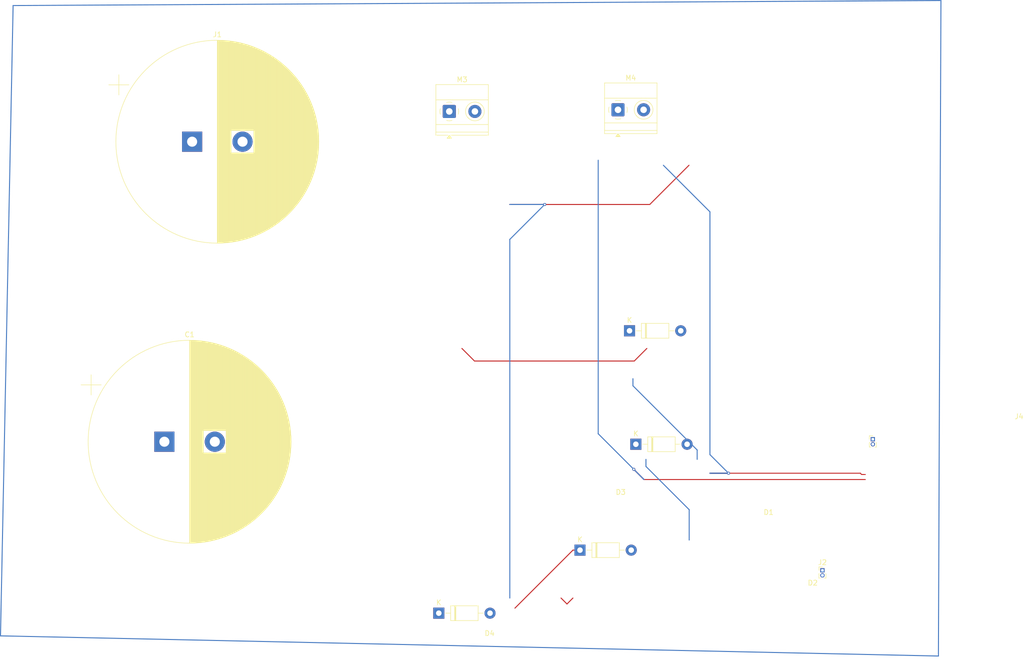
<source format=kicad_pcb>
(kicad_pcb (version 20241229) (generator "pcbnew") (generator_version "9.0")
  (layers (0 "F.Cu" signal) (2 "B.Cu" signal) (13 "F.Paste" user) (15 "B.Paste" user) (5 "F.SilkS" user "F.Silkscreen") (7 "B.SilkS" user "B.Silkscreen") (1 "F.Mask" user) (3 "B.Mask" user) (25 "Edge.Cuts" user))
  (net 0 "")
  (net 1 "GND")
  (net 2 "Net-(D1-A)")
  (net 3 "Net-(D1-K)")
  (net 4 "Net-(D2-K)")
  (net 5 "Net-(D3-K)")
  (net 6 "Net-(J1-Pin_1)")
  (net 7 "Net-(J2-Pin_1)")
  (net 8 "Net-(J2-Pin_2)")
  (net 9 "Net-(J4-Pin_2)")
  (net 10 "Net-(J4-Pin_1)")
  (footprint "Connector_PinHeader_1.00mm:PinHeader_1x02_P1.00mm_Vertical" (layer "F.Cu") (at 192 134)
    (property "Reference" "J2" (at 0 -1.56 0) (layer "F.SilkS"))
    (property "Value" "Conn_01x04")
    (pad "1" thru_hole rect (at 0 0) (size 0.85 0.85) (drill 0.5) (layers "*.Cu" "*.Mask") (net 7 "Net-(J2-Pin_1)"))
    (pad "2" thru_hole oval (at 0 1) (size 0.85 0.85) (drill 0.5) (layers "*.Cu" "*.Mask") (net 8 "Net-(J2-Pin_2)"))
  )
  (footprint "TerminalBlock_Phoenix:TerminalBlock_Phoenix_MKDS-1,5-2-5.08_1x02_P5.08mm_Horizontal" (layer "F.Cu") (at 118 43)
    (property "Reference" "M3" (at 2.54 -6.32 0) (layer "F.SilkS"))
    (property "Value" "Motor_DC")
    (pad "1" thru_hole roundrect (at 0 0) (size 2.6 2.6) (drill 1.3) (layers "*.Cu" "*.Mask") (roundrect_rratio 0.096154))
    (pad "2" thru_hole circle (at 5.08 0) (size 2.6 2.6) (drill 1.3) (layers "*.Cu" "*.Mask") (net 9 "Net-(J4-Pin_2)"))
  )
  (footprint "TerminalBlock_Phoenix:TerminalBlock_Phoenix_MKDS-1,5-2-5.08_1x02_P5.08mm_Horizontal" (layer "F.Cu") (at 151.455 42.6725)
    (property "Reference" "M4" (at 2.54 -6.32 0) (layer "F.SilkS"))
    (property "Value" "Motor_DC")
    (pad "1" thru_hole roundrect (at 0 0) (size 2.6 2.6) (drill 1.3) (layers "*.Cu" "*.Mask") (roundrect_rratio 0.096154) (net 10 "Net-(J4-Pin_1)"))
    (pad "2" thru_hole circle (at 5.08 0) (size 2.6 2.6) (drill 1.3) (layers "*.Cu" "*.Mask") (net 1 "GND"))
  )
  (footprint "Capacitor_THT:CP_Radial_D40.0mm_P10.00mm_SnapIn" (layer "F.Cu") (at 61.5 108.5)
    (property "Reference" "C1" (at 5 -21.25 0) (layer "F.SilkS"))
    (property "Value" "100uF")
    (pad "1" thru_hole rect (at 0 0) (size 4 4) (drill 2) (layers "*.Cu" "*.Mask") (net 2 "Net-(D1-A)"))
    (pad "2" thru_hole circle (at 10 0) (size 4 4) (drill 2) (layers "*.Cu" "*.Mask") (net 1 "GND"))
  )
  (footprint "Diode_THT:D_DO-41_SOD81_P10.16mm_Horizontal" (layer "F.Cu") (at 115.92 142.5)
    (property "Reference" "D4" (at 10.08 4 0) (layer "F.SilkS"))
    (property "Value" "1N4007")
    (fp_text user "K" (at 0 -2.1 0) (layer "F.SilkS"))
    (pad "1" thru_hole rect (at 0 0) (size 2.2 2.2) (drill 1.1) (layers "*.Cu" "*.Mask") (net 1 "GND"))
    (pad "2" thru_hole oval (at 10.16 0) (size 2.2 2.2) (drill 1.1) (layers "*.Cu" "*.Mask") (net 5 "Net-(D3-K)"))
  )
  (footprint "Capacitor_THT:CP_Radial_D40.0mm_P10.00mm_SnapIn" (layer "F.Cu") (at 67 49)
    (property "Reference" "J1" (at 5 -21.25 0) (layer "F.SilkS"))
    (property "Value" "12v")
    (pad "1" thru_hole rect (at 0 0) (size 4 4) (drill 2) (layers "*.Cu" "*.Mask") (net 6 "Net-(J1-Pin_1)"))
    (pad "2" thru_hole circle (at 10 0) (size 4 4) (drill 2) (layers "*.Cu" "*.Mask") (net 1 "GND"))
  )
  (footprint "Diode_THT:D_DO-41_SOD81_P10.16mm_Horizontal" (layer "F.Cu") (at 153.7417 86.5)
    (property "Reference" "D1" (at 27.58 36 0) (layer "F.SilkS"))
    (property "Value" "1N4007")
    (fp_text user "K" (at 0 -2.1 0) (layer "F.SilkS"))
    (pad "1" thru_hole rect (at 0 0) (size 2.2 2.2) (drill 1.1) (layers "*.Cu" "*.Mask") (net 3 "Net-(D1-K)"))
    (pad "2" thru_hole oval (at 10.16 0) (size 2.2 2.2) (drill 1.1) (layers "*.Cu" "*.Mask") (net 2 "Net-(D1-A)"))
  )
  (footprint "Diode_THT:D_DO-41_SOD81_P10.16mm_Horizontal" (layer "F.Cu") (at 143.92 130)
    (property "Reference" "D3" (at 8.08 -11.5 0) (layer "F.SilkS"))
    (property "Value" "1N4007")
    (fp_text user "K" (at 0 -2.1 0) (layer "F.SilkS"))
    (pad "1" thru_hole rect (at 0 0) (size 2.2 2.2) (drill 1.1) (layers "*.Cu" "*.Mask") (net 5 "Net-(D3-K)"))
    (pad "2" thru_hole oval (at 10.16 0) (size 2.2 2.2) (drill 1.1) (layers "*.Cu" "*.Mask") (net 4 "Net-(D2-K)"))
  )
  (footprint "Diode_THT:D_DO-41_SOD81_P10.16mm_Horizontal" (layer "F.Cu") (at 155 109)
    (property "Reference" "D2" (at 35.08 27.5 0) (layer "F.SilkS"))
    (property "Value" "1N4007")
    (fp_text user "K" (at 0 -2.1 0) (layer "F.SilkS"))
    (pad "1" thru_hole rect (at 0 0) (size 2.2 2.2) (drill 1.1) (layers "*.Cu" "*.Mask") (net 4 "Net-(D2-K)"))
    (pad "2" thru_hole oval (at 10.16 0) (size 2.2 2.2) (drill 1.1) (layers "*.Cu" "*.Mask") (net 3 "Net-(D1-K)"))
  )
  (footprint "Connector_PinHeader_1.00mm:PinHeader_1x02_P1.00mm_Vertical" (layer "F.Cu") (at 202 108)
    (property "Reference" "J4" (at 29 -4.5 0) (layer "F.SilkS"))
    (property "Value" "Conn_01x02")
    (pad "1" thru_hole rect (at 0 0) (size 0.85 0.85) (drill 0.5) (layers "*.Cu" "*.Mask") (net 10 "Net-(J4-Pin_1)"))
    (pad "2" thru_hole oval (at 0 1) (size 0.85 0.85) (drill 0.5) (layers "*.Cu" "*.Mask") (net 9 "Net-(J4-Pin_2)"))
  )
  (gr_line (start 31.5 22) (end 215.5 21) (stroke (width 0.2)) (layer "B.Cu"))
  (gr_line (start 215 151) (end 29 147) (stroke (width 0.2)) (layer "B.Cu"))
  (gr_line (start 215.5 21) (end 215 151) (stroke (width 0.2)) (layer "B.Cu"))
  (gr_line (start 31.5 22) (end 29 147) (stroke (width 0.2)) (layer "B.Cu"))
  (segment (start 130 61.452) (end 136.924 61.452) (width 0.2) (layer "F.Cu") (net 1))
  (segment (start 157.7555 61.452) (end 136.924 61.452) (width 0.2) (layer "F.Cu") (net 1))
  (segment (start 136.924 61.452) (end 130 61.452) (width 0.2) (layer "F.Cu") (net 1))
  (segment (start 165.535 53.6725) (end 157.7555 61.452) (width 0.2) (layer "F.Cu") (net 1))
  (via (at 136.924 61.452) (size 0.6) (drill 0.3) (layers "F.Cu" "B.Cu") (net 1))
  (segment (start 130 61.452) (end 136.924 61.452) (width 0.2) (layer "B.Cu") (net 1))
  (segment (start 130 68.376) (end 130 139.5) (width 0.2) (layer "B.Cu") (net 1))
  (segment (start 136.924 61.452) (end 130 68.376) (width 0.2) (layer "B.Cu") (net 1))
  (segment (start 136.924 61.452) (end 130 61.452) (width 0.2) (layer "B.Cu") (net 1))
  (segment (start 154.6783 92.5) (end 157.1783 90) (width 0.2) (layer "F.Cu") (net 2))
  (segment (start 120.5 90) (end 123 92.5) (width 0.2) (layer "F.Cu") (net 2))
  (segment (start 123 92.5) (end 154.6783 92.5) (width 0.2) (layer "F.Cu") (net 2))
  (segment (start 167.16 110.1417) (end 167.16 112) (width 0.2) (layer "B.Cu") (net 3))
  (segment (start 154.42 96) (end 154.42 97.4017) (width 0.2) (layer "B.Cu") (net 3))
  (segment (start 154.42 97.4017) (end 167.16 110.1417) (width 0.2) (layer "B.Cu") (net 3))
  (segment (start 157 113.4017) (end 165.58 121.9817) (width 0.2) (layer "B.Cu") (net 4))
  (segment (start 157 112) (end 157 113.4017) (width 0.2) (layer "B.Cu") (net 4))
  (segment (start 165.58 121.9817) (end 165.58 128) (width 0.2) (layer "B.Cu") (net 4))
  (segment (start 143.92 130) (end 142.5183 130) (width 0.2) (layer "F.Cu") (net 5))
  (segment (start 131.0183 141.5) (end 142.5183 130) (width 0.2) (layer "F.Cu") (net 5))
  (segment (start 141.33915 140.67915) (end 142.5183 139.5) (width 0.2) (layer "F.Cu") (net 5))
  (segment (start 140.16 139.5) (end 141.33915 140.67915) (width 0.2) (layer "F.Cu") (net 5))
  (segment (start 200.5 116) (end 156.6144 116) (width 0.2) (layer "F.Cu") (net 9))
  (segment (start 156.6144 116) (end 154.5886 113.9742) (width 0.2) (layer "F.Cu") (net 9))
  (segment (start 154.5886 113.9742) (end 156.6144 116) (width 0.2) (layer "F.Cu") (net 9))
  (segment (start 156.6144 116) (end 154.5886 113.9742) (width 0.2) (layer "F.Cu") (net 9))
  (via (at 154.5886 113.9742) (size 0.6) (drill 0.3) (layers "F.Cu" "B.Cu") (net 9))
  (segment (start 147.535 106.9206) (end 147.535 52.6725) (width 0.2) (layer "B.Cu") (net 9))
  (segment (start 154.5886 113.9742) (end 156.6144 116) (width 0.2) (layer "B.Cu") (net 9))
  (segment (start 156.6144 116) (end 154.5886 113.9742) (width 0.2) (layer "B.Cu") (net 9))
  (segment (start 154.5886 113.9742) (end 147.535 106.9206) (width 0.2) (layer "B.Cu") (net 9))
  (segment (start 200.5 115) (end 199.7733 115) (width 0.2) (layer "F.Cu") (net 10))
  (segment (start 199.5192 114.7459) (end 173.3781 114.7459) (width 0.2) (layer "F.Cu") (net 10))
  (segment (start 169.6885 114.7459) (end 173.3781 114.7459) (width 0.2) (layer "F.Cu") (net 10))
  (segment (start 199.7733 115) (end 199.5192 114.7459) (width 0.2) (layer "F.Cu") (net 10))
  (segment (start 173.3781 114.7459) (end 169.6885 114.7459) (width 0.2) (layer "F.Cu") (net 10))
  (via (at 173.3781 114.7459) (size 0.6) (drill 0.3) (layers "F.Cu" "B.Cu") (net 10))
  (segment (start 173.3781 114.7459) (end 169.6885 114.7459) (width 0.2) (layer "B.Cu") (net 10))
  (segment (start 169.6885 114.7459) (end 173.3781 114.7459) (width 0.2) (layer "B.Cu") (net 10))
  (segment (start 169.6885 111.0563) (end 173.3781 114.7459) (width 0.2) (layer "B.Cu") (net 10))
  (segment (start 169.6885 62.906) (end 160.455 53.6725) (width 0.2) (layer "B.Cu") (net 10))
  (segment (start 169.6885 111.0563) (end 169.6885 62.906) (width 0.2) (layer "B.Cu") (net 10))
)
</source>
